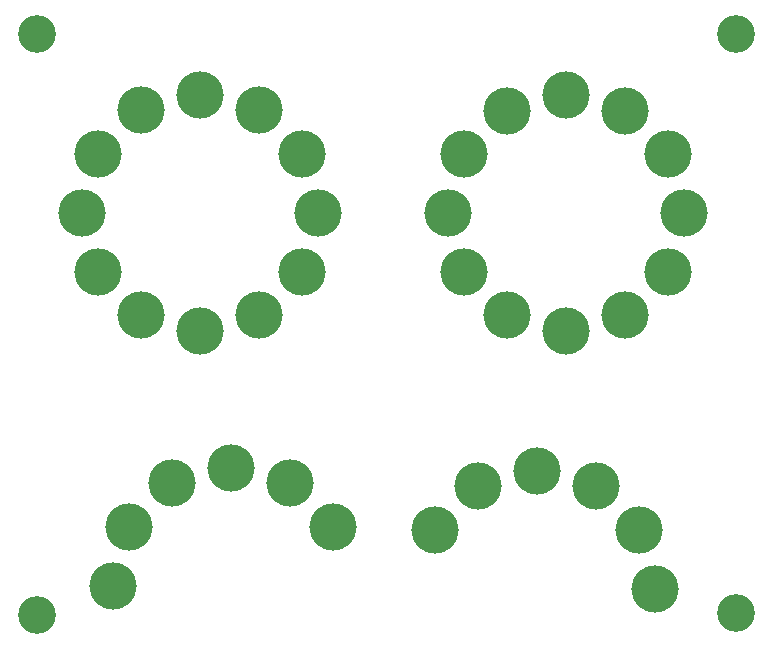
<source format=gbr>
%TF.GenerationSoftware,KiCad,Pcbnew,6.0.10-86aedd382b~118~ubuntu20.04.1*%
%TF.CreationDate,2024-03-07T10:40:57-05:00*%
%TF.ProjectId,dash_connector_adapter,64617368-5f63-46f6-9e6e-6563746f725f,rev?*%
%TF.SameCoordinates,Original*%
%TF.FileFunction,Soldermask,Bot*%
%TF.FilePolarity,Negative*%
%FSLAX46Y46*%
G04 Gerber Fmt 4.6, Leading zero omitted, Abs format (unit mm)*
G04 Created by KiCad (PCBNEW 6.0.10-86aedd382b~118~ubuntu20.04.1) date 2024-03-07 10:40:57*
%MOMM*%
%LPD*%
G01*
G04 APERTURE LIST*
%ADD10C,4.000000*%
%ADD11C,3.200000*%
G04 APERTURE END LIST*
D10*
%TO.C,J4*%
X121412000Y-80772000D03*
X130072000Y-85772000D03*
X126412000Y-82112000D03*
X112752000Y-85772000D03*
X111412000Y-90772000D03*
X116412000Y-82112000D03*
%TD*%
%TO.C,J3*%
X147320000Y-81026000D03*
X138660000Y-86026000D03*
X142320000Y-82366000D03*
X155980000Y-86026000D03*
X157320000Y-91026000D03*
X152320000Y-82366000D03*
%TD*%
%TO.C,J2*%
X159780000Y-59206000D03*
X158440000Y-64206000D03*
X154780000Y-67866000D03*
X149780000Y-69206000D03*
X144780000Y-67866000D03*
X141120000Y-64206000D03*
X139780000Y-59206000D03*
X141120000Y-54206000D03*
X144780000Y-50546000D03*
X149780000Y-49206000D03*
X154780000Y-50546000D03*
X158440000Y-54206000D03*
%TD*%
%TO.C,J1*%
X110132000Y-54182000D03*
X113792000Y-50522000D03*
X118792000Y-49182000D03*
X123792000Y-50522000D03*
X127452000Y-54182000D03*
X128792000Y-59182000D03*
X127452000Y-64182000D03*
X123792000Y-67842000D03*
X118792000Y-69182000D03*
X113792000Y-67842000D03*
X110132000Y-64182000D03*
X108792000Y-59182000D03*
%TD*%
D11*
%TO.C,H4*%
X105029000Y-93218000D03*
%TD*%
%TO.C,H3*%
X164211000Y-93091000D03*
%TD*%
%TO.C,H2*%
X164211000Y-44069000D03*
%TD*%
%TO.C,H1*%
X105029000Y-44069000D03*
%TD*%
M02*

</source>
